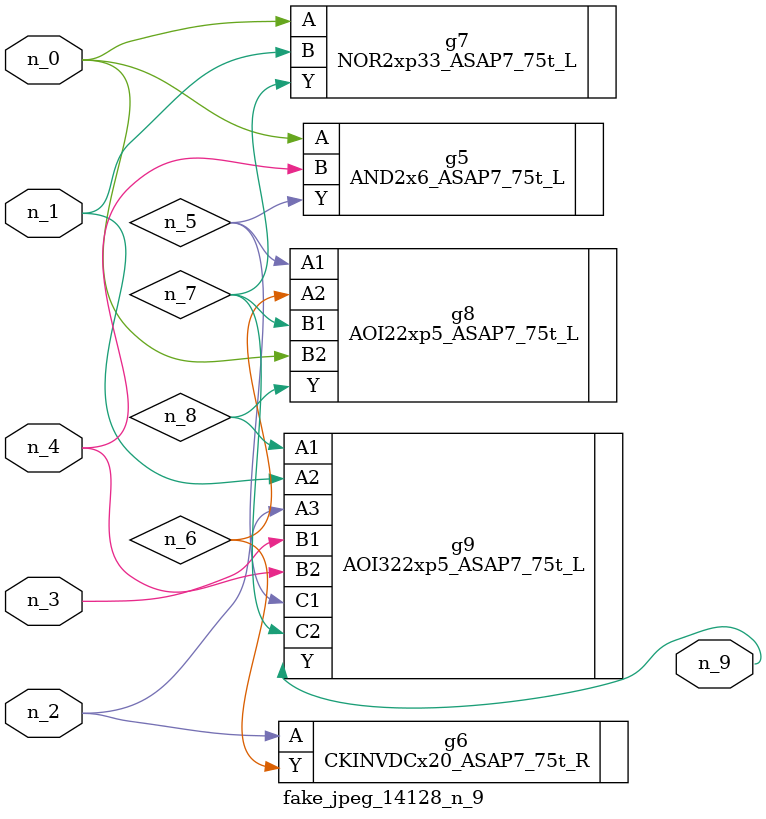
<source format=v>
module fake_jpeg_14128_n_9 (n_3, n_2, n_1, n_0, n_4, n_9);

input n_3;
input n_2;
input n_1;
input n_0;
input n_4;

output n_9;

wire n_8;
wire n_6;
wire n_5;
wire n_7;

AND2x6_ASAP7_75t_L g5 ( 
.A(n_0),
.B(n_4),
.Y(n_5)
);

CKINVDCx20_ASAP7_75t_R g6 ( 
.A(n_2),
.Y(n_6)
);

NOR2xp33_ASAP7_75t_L g7 ( 
.A(n_0),
.B(n_1),
.Y(n_7)
);

AOI22xp5_ASAP7_75t_L g8 ( 
.A1(n_5),
.A2(n_6),
.B1(n_7),
.B2(n_0),
.Y(n_8)
);

AOI322xp5_ASAP7_75t_L g9 ( 
.A1(n_8),
.A2(n_1),
.A3(n_2),
.B1(n_3),
.B2(n_4),
.C1(n_5),
.C2(n_7),
.Y(n_9)
);


endmodule
</source>
